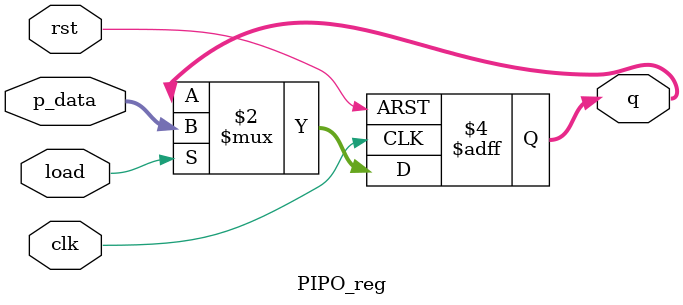
<source format=v>
`timescale 1ns / 1ps

// Module Name: PIPO_reg

module PIPO_reg #(parameter N=8)
    (
    input clk,
    input rst,
    input load,
    input wire [N-1:0] p_data,
    output reg [N-1:0] q
    );
    
    always @(posedge clk or posedge rst)begin
        if(rst)
           q <= {N{1'b0}};
        else if(load) 
          q <= p_data; //store parallel input
      end
            
        
endmodule

</source>
